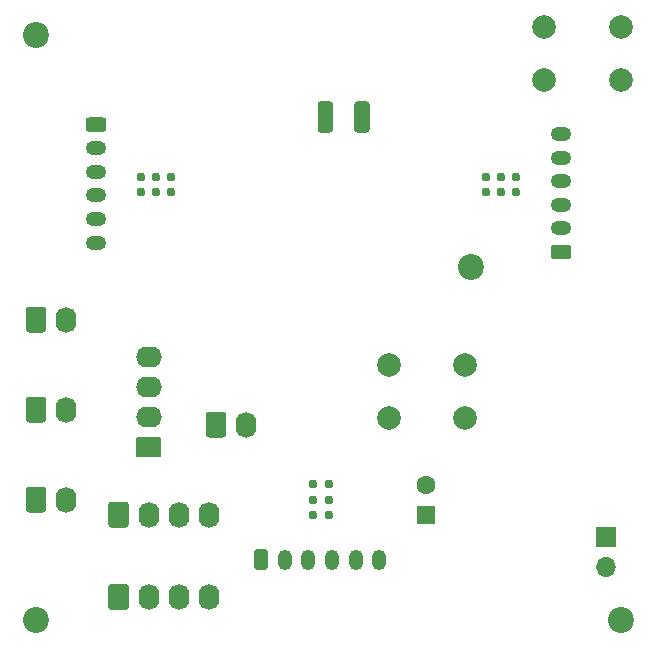
<source format=gbr>
%TF.GenerationSoftware,KiCad,Pcbnew,5.1.9+dfsg1-1*%
%TF.CreationDate,2021-08-08T23:21:56+02:00*%
%TF.ProjectId,holobot_esp32,686f6c6f-626f-4745-9f65-737033322e6b,rev?*%
%TF.SameCoordinates,Original*%
%TF.FileFunction,Soldermask,Bot*%
%TF.FilePolarity,Negative*%
%FSLAX46Y46*%
G04 Gerber Fmt 4.6, Leading zero omitted, Abs format (unit mm)*
G04 Created by KiCad (PCBNEW 5.1.9+dfsg1-1) date 2021-08-08 23:21:56*
%MOMM*%
%LPD*%
G01*
G04 APERTURE LIST*
%ADD10C,2.200000*%
%ADD11O,1.740000X2.190000*%
%ADD12O,2.190000X1.740000*%
%ADD13R,1.700000X1.700000*%
%ADD14O,1.700000X1.700000*%
%ADD15O,1.750000X1.200000*%
%ADD16O,1.200000X1.750000*%
%ADD17C,2.000000*%
%ADD18C,0.770000*%
%ADD19R,1.600000X1.600000*%
%ADD20C,1.600000*%
G04 APERTURE END LIST*
D10*
%TO.C, *%
X127000000Y-93345000D03*
%TD*%
%TO.C, *%
X90170000Y-73660000D03*
%TD*%
%TO.C,REF\u002A\u002A*%
X90170000Y-123190000D03*
%TD*%
%TO.C, *%
X139700000Y-123190000D03*
%TD*%
D11*
%TO.C,I2C*%
X104775000Y-121285000D03*
X102235000Y-121285000D03*
X99695000Y-121285000D03*
G36*
G01*
X96285000Y-122130001D02*
X96285000Y-120439999D01*
G75*
G02*
X96534999Y-120190000I249999J0D01*
G01*
X97775001Y-120190000D01*
G75*
G02*
X98025000Y-120439999I0J-249999D01*
G01*
X98025000Y-122130001D01*
G75*
G02*
X97775001Y-122380000I-249999J0D01*
G01*
X96534999Y-122380000D01*
G75*
G02*
X96285000Y-122130001I0J249999D01*
G01*
G37*
%TD*%
%TO.C,I2C*%
G36*
G01*
X96285000Y-115145001D02*
X96285000Y-113454999D01*
G75*
G02*
X96534999Y-113205000I249999J0D01*
G01*
X97775001Y-113205000D01*
G75*
G02*
X98025000Y-113454999I0J-249999D01*
G01*
X98025000Y-115145001D01*
G75*
G02*
X97775001Y-115395000I-249999J0D01*
G01*
X96534999Y-115395000D01*
G75*
G02*
X96285000Y-115145001I0J249999D01*
G01*
G37*
X99695000Y-114300000D03*
X102235000Y-114300000D03*
X104775000Y-114300000D03*
%TD*%
%TO.C,UART*%
G36*
G01*
X100540001Y-109455000D02*
X98849999Y-109455000D01*
G75*
G02*
X98600000Y-109205001I0J249999D01*
G01*
X98600000Y-107964999D01*
G75*
G02*
X98849999Y-107715000I249999J0D01*
G01*
X100540001Y-107715000D01*
G75*
G02*
X100790000Y-107964999I0J-249999D01*
G01*
X100790000Y-109205001D01*
G75*
G02*
X100540001Y-109455000I-249999J0D01*
G01*
G37*
D12*
X99695000Y-106045000D03*
X99695000Y-103505000D03*
X99695000Y-100965000D03*
%TD*%
D11*
%TO.C,GPIO1*%
X92710000Y-97790000D03*
G36*
G01*
X89300000Y-98635001D02*
X89300000Y-96944999D01*
G75*
G02*
X89549999Y-96695000I249999J0D01*
G01*
X90790001Y-96695000D01*
G75*
G02*
X91040000Y-96944999I0J-249999D01*
G01*
X91040000Y-98635001D01*
G75*
G02*
X90790001Y-98885000I-249999J0D01*
G01*
X89549999Y-98885000D01*
G75*
G02*
X89300000Y-98635001I0J249999D01*
G01*
G37*
%TD*%
%TO.C,GPIO3*%
X92710000Y-113030000D03*
G36*
G01*
X89300000Y-113875001D02*
X89300000Y-112184999D01*
G75*
G02*
X89549999Y-111935000I249999J0D01*
G01*
X90790001Y-111935000D01*
G75*
G02*
X91040000Y-112184999I0J-249999D01*
G01*
X91040000Y-113875001D01*
G75*
G02*
X90790001Y-114125000I-249999J0D01*
G01*
X89549999Y-114125000D01*
G75*
G02*
X89300000Y-113875001I0J249999D01*
G01*
G37*
%TD*%
D13*
%TO.C,POWER*%
X138430000Y-116205000D03*
D14*
X138430000Y-118745000D03*
%TD*%
%TO.C,GPIO2*%
G36*
G01*
X89300000Y-106255001D02*
X89300000Y-104564999D01*
G75*
G02*
X89549999Y-104315000I249999J0D01*
G01*
X90790001Y-104315000D01*
G75*
G02*
X91040000Y-104564999I0J-249999D01*
G01*
X91040000Y-106255001D01*
G75*
G02*
X90790001Y-106505000I-249999J0D01*
G01*
X89549999Y-106505000D01*
G75*
G02*
X89300000Y-106255001I0J249999D01*
G01*
G37*
D11*
X92710000Y-105410000D03*
%TD*%
%TO.C,GPIO 4*%
G36*
G01*
X104540000Y-107525001D02*
X104540000Y-105834999D01*
G75*
G02*
X104789999Y-105585000I249999J0D01*
G01*
X106030001Y-105585000D01*
G75*
G02*
X106280000Y-105834999I0J-249999D01*
G01*
X106280000Y-107525001D01*
G75*
G02*
X106030001Y-107775000I-249999J0D01*
G01*
X104789999Y-107775000D01*
G75*
G02*
X104540000Y-107525001I0J249999D01*
G01*
G37*
X107950000Y-106680000D03*
%TD*%
%TO.C,MOTOR 1*%
G36*
G01*
X94624999Y-80680000D02*
X95875001Y-80680000D01*
G75*
G02*
X96125000Y-80929999I0J-249999D01*
G01*
X96125000Y-81630001D01*
G75*
G02*
X95875001Y-81880000I-249999J0D01*
G01*
X94624999Y-81880000D01*
G75*
G02*
X94375000Y-81630001I0J249999D01*
G01*
X94375000Y-80929999D01*
G75*
G02*
X94624999Y-80680000I249999J0D01*
G01*
G37*
D15*
X95250000Y-83280000D03*
X95250000Y-85280000D03*
X95250000Y-87280000D03*
X95250000Y-89280000D03*
X95250000Y-91280000D03*
%TD*%
%TO.C,MOTOR 3*%
X134620000Y-82075000D03*
X134620000Y-84075000D03*
X134620000Y-86075000D03*
X134620000Y-88075000D03*
X134620000Y-90075000D03*
G36*
G01*
X135245001Y-92675000D02*
X133994999Y-92675000D01*
G75*
G02*
X133745000Y-92425001I0J249999D01*
G01*
X133745000Y-91724999D01*
G75*
G02*
X133994999Y-91475000I249999J0D01*
G01*
X135245001Y-91475000D01*
G75*
G02*
X135495000Y-91724999I0J-249999D01*
G01*
X135495000Y-92425001D01*
G75*
G02*
X135245001Y-92675000I-249999J0D01*
G01*
G37*
%TD*%
%TO.C,MOTOR2*%
G36*
G01*
X108620000Y-118735001D02*
X108620000Y-117484999D01*
G75*
G02*
X108869999Y-117235000I249999J0D01*
G01*
X109570001Y-117235000D01*
G75*
G02*
X109820000Y-117484999I0J-249999D01*
G01*
X109820000Y-118735001D01*
G75*
G02*
X109570001Y-118985000I-249999J0D01*
G01*
X108869999Y-118985000D01*
G75*
G02*
X108620000Y-118735001I0J249999D01*
G01*
G37*
D16*
X111220000Y-118110000D03*
X113220000Y-118110000D03*
X115220000Y-118110000D03*
X117220000Y-118110000D03*
X119220000Y-118110000D03*
%TD*%
%TO.C,R1*%
G36*
G01*
X114005000Y-81720000D02*
X114005000Y-79570000D01*
G75*
G02*
X114255000Y-79320000I250000J0D01*
G01*
X115055000Y-79320000D01*
G75*
G02*
X115305000Y-79570000I0J-250000D01*
G01*
X115305000Y-81720000D01*
G75*
G02*
X115055000Y-81970000I-250000J0D01*
G01*
X114255000Y-81970000D01*
G75*
G02*
X114005000Y-81720000I0J250000D01*
G01*
G37*
G36*
G01*
X117105000Y-81720000D02*
X117105000Y-79570000D01*
G75*
G02*
X117355000Y-79320000I250000J0D01*
G01*
X118155000Y-79320000D01*
G75*
G02*
X118405000Y-79570000I0J-250000D01*
G01*
X118405000Y-81720000D01*
G75*
G02*
X118155000Y-81970000I-250000J0D01*
G01*
X117355000Y-81970000D01*
G75*
G02*
X117105000Y-81720000I0J250000D01*
G01*
G37*
%TD*%
D17*
%TO.C,RESET*%
X139700000Y-73025000D03*
X139700000Y-77525000D03*
X133200000Y-73025000D03*
X133200000Y-77525000D03*
%TD*%
%TO.C,BOOT*%
X120015000Y-106100000D03*
X120015000Y-101600000D03*
X126515000Y-106100000D03*
X126515000Y-101600000D03*
%TD*%
D18*
%TO.C,U4*%
X99030000Y-87010000D03*
X100330000Y-87010000D03*
X100330000Y-85710000D03*
X99030000Y-85710000D03*
X101630000Y-87010000D03*
X101630000Y-85710000D03*
%TD*%
%TO.C,U5*%
X128240000Y-87010000D03*
X128240000Y-85710000D03*
X130840000Y-87010000D03*
X129540000Y-87010000D03*
X129540000Y-85710000D03*
X130840000Y-85710000D03*
%TD*%
%TO.C,U6*%
X113650000Y-111730000D03*
X113650000Y-113030000D03*
X114950000Y-113030000D03*
X114950000Y-111730000D03*
X113650000Y-114330000D03*
X114950000Y-114330000D03*
%TD*%
D19*
%TO.C,C1*%
X123190000Y-114300000D03*
D20*
X123190000Y-111800000D03*
%TD*%
M02*

</source>
